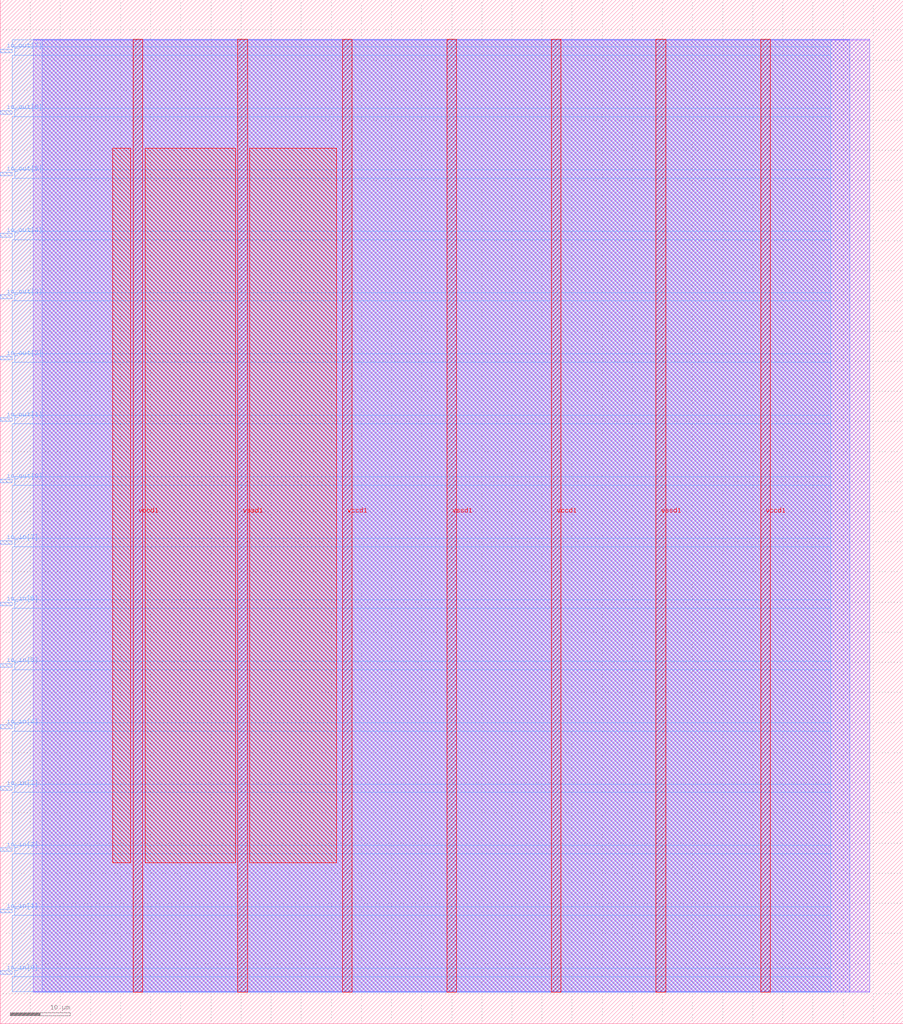
<source format=lef>
VERSION 5.7 ;
  NOWIREEXTENSIONATPIN ON ;
  DIVIDERCHAR "/" ;
  BUSBITCHARS "[]" ;
MACRO moonbase_cpu_4bit
  CLASS BLOCK ;
  FOREIGN moonbase_cpu_4bit ;
  ORIGIN 0.000 0.000 ;
  SIZE 150.000 BY 170.000 ;
  PIN io_in[0]
    DIRECTION INPUT ;
    USE SIGNAL ;
    PORT
      LAYER met3 ;
        RECT 0.000 8.200 2.000 8.800 ;
    END
  END io_in[0]
  PIN io_in[1]
    DIRECTION INPUT ;
    USE SIGNAL ;
    PORT
      LAYER met3 ;
        RECT 0.000 18.400 2.000 19.000 ;
    END
  END io_in[1]
  PIN io_in[2]
    DIRECTION INPUT ;
    USE SIGNAL ;
    PORT
      LAYER met3 ;
        RECT 0.000 28.600 2.000 29.200 ;
    END
  END io_in[2]
  PIN io_in[3]
    DIRECTION INPUT ;
    USE SIGNAL ;
    PORT
      LAYER met3 ;
        RECT 0.000 38.800 2.000 39.400 ;
    END
  END io_in[3]
  PIN io_in[4]
    DIRECTION INPUT ;
    USE SIGNAL ;
    PORT
      LAYER met3 ;
        RECT 0.000 49.000 2.000 49.600 ;
    END
  END io_in[4]
  PIN io_in[5]
    DIRECTION INPUT ;
    USE SIGNAL ;
    PORT
      LAYER met3 ;
        RECT 0.000 59.200 2.000 59.800 ;
    END
  END io_in[5]
  PIN io_in[6]
    DIRECTION INPUT ;
    USE SIGNAL ;
    PORT
      LAYER met3 ;
        RECT 0.000 69.400 2.000 70.000 ;
    END
  END io_in[6]
  PIN io_in[7]
    DIRECTION INPUT ;
    USE SIGNAL ;
    PORT
      LAYER met3 ;
        RECT 0.000 79.600 2.000 80.200 ;
    END
  END io_in[7]
  PIN io_out[0]
    DIRECTION OUTPUT TRISTATE ;
    USE SIGNAL ;
    PORT
      LAYER met3 ;
        RECT 0.000 89.800 2.000 90.400 ;
    END
  END io_out[0]
  PIN io_out[1]
    DIRECTION OUTPUT TRISTATE ;
    USE SIGNAL ;
    PORT
      LAYER met3 ;
        RECT 0.000 100.000 2.000 100.600 ;
    END
  END io_out[1]
  PIN io_out[2]
    DIRECTION OUTPUT TRISTATE ;
    USE SIGNAL ;
    PORT
      LAYER met3 ;
        RECT 0.000 110.200 2.000 110.800 ;
    END
  END io_out[2]
  PIN io_out[3]
    DIRECTION OUTPUT TRISTATE ;
    USE SIGNAL ;
    PORT
      LAYER met3 ;
        RECT 0.000 120.400 2.000 121.000 ;
    END
  END io_out[3]
  PIN io_out[4]
    DIRECTION OUTPUT TRISTATE ;
    USE SIGNAL ;
    PORT
      LAYER met3 ;
        RECT 0.000 130.600 2.000 131.200 ;
    END
  END io_out[4]
  PIN io_out[5]
    DIRECTION OUTPUT TRISTATE ;
    USE SIGNAL ;
    PORT
      LAYER met3 ;
        RECT 0.000 140.800 2.000 141.400 ;
    END
  END io_out[5]
  PIN io_out[6]
    DIRECTION OUTPUT TRISTATE ;
    USE SIGNAL ;
    PORT
      LAYER met3 ;
        RECT 0.000 151.000 2.000 151.600 ;
    END
  END io_out[6]
  PIN io_out[7]
    DIRECTION OUTPUT TRISTATE ;
    USE SIGNAL ;
    PORT
      LAYER met3 ;
        RECT 0.000 161.200 2.000 161.800 ;
    END
  END io_out[7]
  PIN vccd1
    DIRECTION INOUT ;
    USE POWER ;
    PORT
      LAYER met4 ;
        RECT 22.090 5.200 23.690 163.440 ;
    END
    PORT
      LAYER met4 ;
        RECT 56.830 5.200 58.430 163.440 ;
    END
    PORT
      LAYER met4 ;
        RECT 91.570 5.200 93.170 163.440 ;
    END
    PORT
      LAYER met4 ;
        RECT 126.310 5.200 127.910 163.440 ;
    END
  END vccd1
  PIN vssd1
    DIRECTION INOUT ;
    USE GROUND ;
    PORT
      LAYER met4 ;
        RECT 39.460 5.200 41.060 163.440 ;
    END
    PORT
      LAYER met4 ;
        RECT 74.200 5.200 75.800 163.440 ;
    END
    PORT
      LAYER met4 ;
        RECT 108.940 5.200 110.540 163.440 ;
    END
  END vssd1
  OBS
      LAYER li1 ;
        RECT 5.520 5.355 144.440 163.285 ;
      LAYER met1 ;
        RECT 5.520 5.200 144.440 163.440 ;
      LAYER met2 ;
        RECT 7.000 5.255 141.120 163.385 ;
      LAYER met3 ;
        RECT 2.000 162.200 137.935 163.365 ;
        RECT 2.400 160.800 137.935 162.200 ;
        RECT 2.000 152.000 137.935 160.800 ;
        RECT 2.400 150.600 137.935 152.000 ;
        RECT 2.000 141.800 137.935 150.600 ;
        RECT 2.400 140.400 137.935 141.800 ;
        RECT 2.000 131.600 137.935 140.400 ;
        RECT 2.400 130.200 137.935 131.600 ;
        RECT 2.000 121.400 137.935 130.200 ;
        RECT 2.400 120.000 137.935 121.400 ;
        RECT 2.000 111.200 137.935 120.000 ;
        RECT 2.400 109.800 137.935 111.200 ;
        RECT 2.000 101.000 137.935 109.800 ;
        RECT 2.400 99.600 137.935 101.000 ;
        RECT 2.000 90.800 137.935 99.600 ;
        RECT 2.400 89.400 137.935 90.800 ;
        RECT 2.000 80.600 137.935 89.400 ;
        RECT 2.400 79.200 137.935 80.600 ;
        RECT 2.000 70.400 137.935 79.200 ;
        RECT 2.400 69.000 137.935 70.400 ;
        RECT 2.000 60.200 137.935 69.000 ;
        RECT 2.400 58.800 137.935 60.200 ;
        RECT 2.000 50.000 137.935 58.800 ;
        RECT 2.400 48.600 137.935 50.000 ;
        RECT 2.000 39.800 137.935 48.600 ;
        RECT 2.400 38.400 137.935 39.800 ;
        RECT 2.000 29.600 137.935 38.400 ;
        RECT 2.400 28.200 137.935 29.600 ;
        RECT 2.000 19.400 137.935 28.200 ;
        RECT 2.400 18.000 137.935 19.400 ;
        RECT 2.000 9.200 137.935 18.000 ;
        RECT 2.400 7.800 137.935 9.200 ;
        RECT 2.000 5.275 137.935 7.800 ;
      LAYER met4 ;
        RECT 18.695 26.695 21.690 145.345 ;
        RECT 24.090 26.695 39.060 145.345 ;
        RECT 41.460 26.695 55.825 145.345 ;
  END
END moonbase_cpu_4bit
END LIBRARY


</source>
